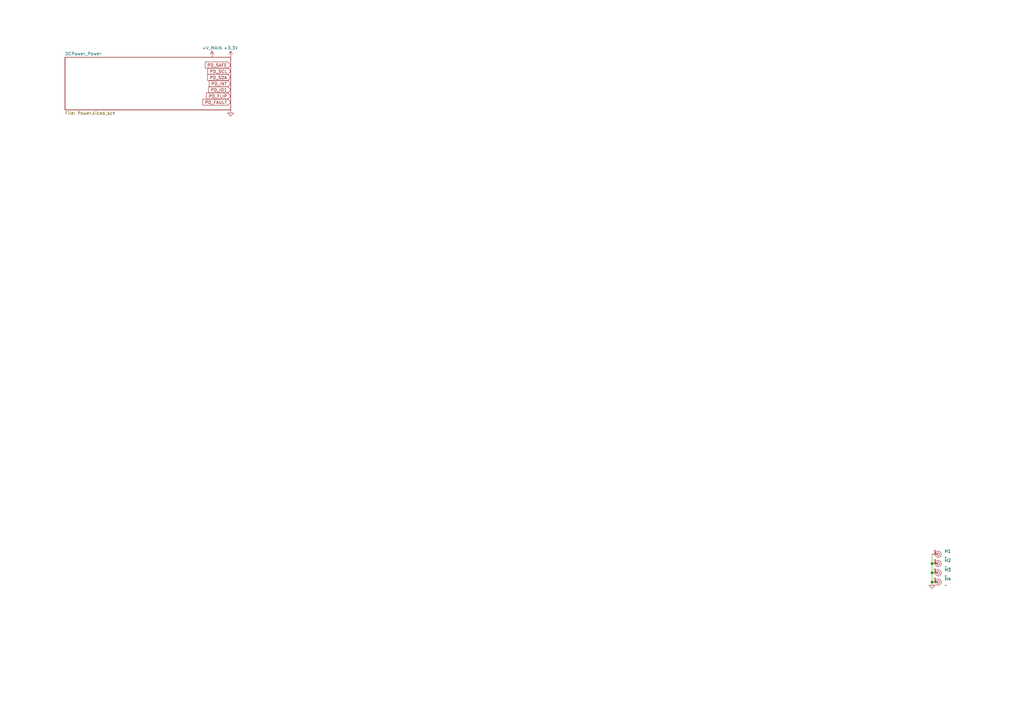
<source format=kicad_sch>
(kicad_sch (version 20250114) (generator "eeschema") (generator_version "9.0")
  (paper "A3")
  (lib_symbols
    (symbol "PCM_JLCPCB-Manufacturing:Mounting Hole, 3mm, Via Stiched"
      (property "Reference" "H" (at 2.286 0 0))
      (symbol "Mounting Hole, 3mm, Via Stiched_0_1"
        (circle (center 0 0) (radius 0.635))
        (circle (center 0 0) (radius 1.27))
      )
      (symbol "Mounting Hole, 3mm, Via Stiched_1_1"
        (pin passive line (at -2.54 0 0) (length 2.54) (name "") (number "1"))
      )
    )
    (symbol "power:+1V0" (power) (pin_numbers (hide yes)) (pin_names (offset 0) (hide yes))
      (property "Value" "+1V0" (at 0 3.556 0))
      (symbol "+1V0_0_1"
        (polyline (pts (xy -0.762 1.27) (xy 0 2.54)))
        (polyline (pts (xy 0 2.54) (xy 0.762 1.27)))
        (polyline (pts (xy 0 0) (xy 0 2.54)))
      )
      (symbol "+1V0_1_1"
        (pin power_in line (at 0 0 90) (length 0) (name "~") (number "1"))
      )
    )
    (symbol "power:+3.3V" (power) (pin_numbers (hide yes)) (pin_names (offset 0) (hide yes))
      (property "Value" "+3.3V" (at 0 3.556 0))
      (symbol "+3.3V_0_1"
        (polyline (pts (xy -0.762 1.27) (xy 0 2.54)))
        (polyline (pts (xy 0 2.54) (xy 0.762 1.27)))
        (polyline (pts (xy 0 0) (xy 0 2.54)))
      )
      (symbol "+3.3V_1_1"
        (pin power_in line (at 0 0 90) (length 0) (name "~") (number "1"))
      )
    )
    (symbol "power:GND" (power) (pin_numbers (hide yes)) (pin_names (offset 0) (hide yes))
      (property "Value" "GND" (at 0 -3.81 0))
      (symbol "GND_0_1"
        (polyline (pts (xy 0 0) (xy 0 -1.27) (xy 1.27 -1.27) (xy 0 -2.54) (xy -1.27 -1.27) (xy 0 -1.27)))
      )
      (symbol "GND_1_1"
        (pin power_in line (at 0 0 270) (length 0) (name "~") (number "1"))
      )
    )
  )
  (junction (at 382.27 231.14))
  (junction (at 382.27 234.95))
  (junction (at 382.27 238.76))
  (wire (pts (xy 382.27 231.14) (xy 382.27 227.33)))
  (wire (pts (xy 382.27 234.95) (xy 382.27 231.14)))
  (wire (pts (xy 382.27 238.76) (xy 382.27 234.95)))
  (global_label "PD_SCL" (shape input) (at 94.615 29.21 180) (property "Intersheetrefs" "${INTERSHEET_REFS}" (effects (hide yes))))
  (global_label "PD_SAFE" (shape input) (at 94.615 26.67 180) (property "Intersheetrefs" "${INTERSHEET_REFS}" (effects (hide yes))))
  (global_label "PD_FAULT" (shape input) (at 94.615 41.91 180) (property "Intersheetrefs" "${INTERSHEET_REFS}" (effects (hide yes))))
  (global_label "PD_FLIP" (shape input) (at 94.615 39.37 180) (property "Intersheetrefs" "${INTERSHEET_REFS}" (effects (hide yes))))
  (global_label "PD_SDA" (shape input) (at 94.615 31.75 180) (property "Intersheetrefs" "${INTERSHEET_REFS}" (effects (hide yes))))
  (global_label "PD_IO1" (shape input) (at 94.615 36.83 180) (property "Intersheetrefs" "${INTERSHEET_REFS}" (effects (hide yes))))
  (global_label "PD_INT" (shape input) (at 94.615 34.29 180) (property "Intersheetrefs" "${INTERSHEET_REFS}" (effects (hide yes))))
  (symbol (lib_id "PCM_JLCPCB-Manufacturing:Mounting Hole, 3mm, Via Stiched") (at 384.81 231.14 0) (unit 1)
    (property "Reference" "H2" (at 387.35 229.8699 0) (effects (justify left)))
    (property "Value" "~" (at 387.35 232.4099 0) (effects (justify left)))
    (property "Footprint" "PCM_JLCPCB:Hole, 3mm" (effects (hide yes)))
  )
  (symbol (lib_id "PCM_JLCPCB-Manufacturing:Mounting Hole, 3mm, Via Stiched") (at 384.81 234.95 0) (unit 1)
    (property "Reference" "H3" (at 387.35 233.6799 0) (effects (justify left)))
    (property "Value" "~" (at 387.35 236.2199 0) (effects (justify left)))
    (property "Footprint" "PCM_JLCPCB:Hole, 3mm" (effects (hide yes)))
  )
  (symbol (lib_id "power:GND") (at 382.27 238.76 0) (unit 1)
    (property "Reference" "#PWR041" (effects (hide yes)))
    (property "Value" "GND" (effects (hide yes)))
    (property "Description" "Power symbol creates a global label with name \"GND\" , ground" (effects (hide yes)))
  )
  (symbol (lib_id "PCM_JLCPCB-Manufacturing:Mounting Hole, 3mm, Via Stiched") (at 384.81 238.76 0) (unit 1)
    (property "Reference" "H4" (at 387.35 237.4899 0) (effects (justify left)))
    (property "Value" "~" (at 387.35 240.0299 0) (effects (justify left)))
    (property "Footprint" "PCM_JLCPCB:Hole, 3mm" (effects (hide yes)))
  )
  (symbol (lib_id "power:+1V0") (at 86.995 23.495 0) (unit 1)
    (property "Reference" "#PWR07" (effects (hide yes)))
    (property "Value" "+V_MAIN" (at 86.995 19.685 0))
    (property "Description" "Power symbol creates a global label with name \"+1V0\"" (effects (hide yes)))
  )
  (symbol (lib_id "power:+3.3V") (at 94.615 23.495 0) (unit 1)
    (property "Reference" "#PWR06" (effects (hide yes)))
    (property "Value" "+3.3V" (at 94.615 19.685 0))
    (property "Description" "Power symbol creates a global label with name \"+3.3V\"" (effects (hide yes)))
  )
  (symbol (lib_id "PCM_JLCPCB-Manufacturing:Mounting Hole, 3mm, Via Stiched") (at 384.81 227.33 0) (unit 1)
    (property "Reference" "H1" (at 387.35 226.0599 0) (effects (justify left)))
    (property "Value" "~" (at 387.35 228.5999 0) (effects (justify left)))
    (property "Footprint" "PCM_JLCPCB:Hole, 3mm" (effects (hide yes)))
  )
  (symbol (lib_id "power:GND") (at 94.615 45.085 0) (unit 1)
    (property "Reference" "#PWR08" (effects (hide yes)))
    (property "Value" "GND" (effects (hide yes)))
    (property "Description" "Power symbol creates a global label with name \"GND\" , ground" (effects (hide yes)))
  )
  (sheet (at 26.67 23.495) (size 67.945 21.59) (stroke (width 0.1524))
    (property "Sheetname" "DCPower_Power" (at 26.67 22.7834 0) (effects (justify left bottom)))
    (property "Sheetfile" "Power.kicad_sch" (at 26.67 45.6696 0) (effects (justify left top)))
  )
)
</source>
